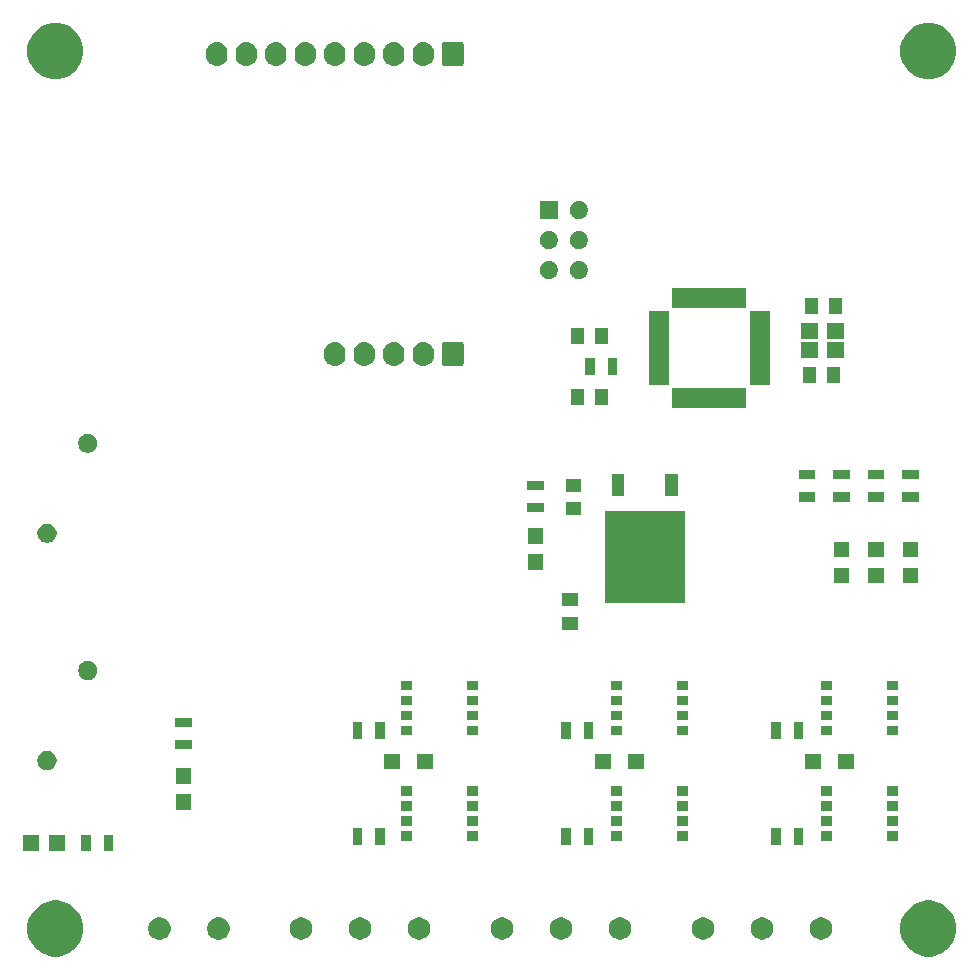
<source format=gbr>
G04 #@! TF.GenerationSoftware,KiCad,Pcbnew,5.1.5-52549c5~84~ubuntu18.04.1*
G04 #@! TF.CreationDate,2020-02-07T16:49:07-05:00*
G04 #@! TF.ProjectId,solenoidTrigger,736f6c65-6e6f-4696-9454-726967676572,rev?*
G04 #@! TF.SameCoordinates,Original*
G04 #@! TF.FileFunction,Soldermask,Top*
G04 #@! TF.FilePolarity,Negative*
%FSLAX46Y46*%
G04 Gerber Fmt 4.6, Leading zero omitted, Abs format (unit mm)*
G04 Created by KiCad (PCBNEW 5.1.5-52549c5~84~ubuntu18.04.1) date 2020-02-07 16:49:07*
%MOMM*%
%LPD*%
G04 APERTURE LIST*
%ADD10C,0.020000*%
G04 APERTURE END LIST*
D10*
G36*
X185096790Y-128907173D02*
G01*
X185529030Y-129086213D01*
X185529032Y-129086214D01*
X185918038Y-129346139D01*
X186248861Y-129676962D01*
X186508786Y-130065968D01*
X186508787Y-130065970D01*
X186687827Y-130498210D01*
X186779100Y-130957072D01*
X186779100Y-131424928D01*
X186687827Y-131883790D01*
X186508787Y-132316030D01*
X186508786Y-132316032D01*
X186248861Y-132705038D01*
X185918038Y-133035861D01*
X185529032Y-133295786D01*
X185529031Y-133295787D01*
X185529030Y-133295787D01*
X185096790Y-133474827D01*
X184637928Y-133566100D01*
X184170072Y-133566100D01*
X183711210Y-133474827D01*
X183278970Y-133295787D01*
X183278969Y-133295787D01*
X183278968Y-133295786D01*
X182889962Y-133035861D01*
X182559139Y-132705038D01*
X182299214Y-132316032D01*
X182299213Y-132316030D01*
X182120173Y-131883790D01*
X182028900Y-131424928D01*
X182028900Y-130957072D01*
X182120173Y-130498210D01*
X182299213Y-130065970D01*
X182299214Y-130065968D01*
X182559139Y-129676962D01*
X182889962Y-129346139D01*
X183278968Y-129086214D01*
X183278970Y-129086213D01*
X183711210Y-128907173D01*
X184170072Y-128815900D01*
X184637928Y-128815900D01*
X185096790Y-128907173D01*
G37*
G36*
X111182790Y-128907173D02*
G01*
X111615030Y-129086213D01*
X111615032Y-129086214D01*
X112004038Y-129346139D01*
X112334861Y-129676962D01*
X112594786Y-130065968D01*
X112594787Y-130065970D01*
X112773827Y-130498210D01*
X112865100Y-130957072D01*
X112865100Y-131424928D01*
X112773827Y-131883790D01*
X112594787Y-132316030D01*
X112594786Y-132316032D01*
X112334861Y-132705038D01*
X112004038Y-133035861D01*
X111615032Y-133295786D01*
X111615031Y-133295787D01*
X111615030Y-133295787D01*
X111182790Y-133474827D01*
X110723928Y-133566100D01*
X110256072Y-133566100D01*
X109797210Y-133474827D01*
X109364970Y-133295787D01*
X109364969Y-133295787D01*
X109364968Y-133295786D01*
X108975962Y-133035861D01*
X108645139Y-132705038D01*
X108385214Y-132316032D01*
X108385213Y-132316030D01*
X108206173Y-131883790D01*
X108114900Y-131424928D01*
X108114900Y-130957072D01*
X108206173Y-130498210D01*
X108385213Y-130065970D01*
X108385214Y-130065968D01*
X108645139Y-129676962D01*
X108975962Y-129346139D01*
X109364968Y-129086214D01*
X109364970Y-129086213D01*
X109797210Y-128907173D01*
X110256072Y-128815900D01*
X110723928Y-128815900D01*
X111182790Y-128907173D01*
G37*
G36*
X124570395Y-130276546D02*
G01*
X124743466Y-130348234D01*
X124743467Y-130348235D01*
X124899227Y-130452310D01*
X125031690Y-130584773D01*
X125031691Y-130584775D01*
X125135766Y-130740534D01*
X125207454Y-130913605D01*
X125244000Y-131097333D01*
X125244000Y-131284667D01*
X125207454Y-131468395D01*
X125135766Y-131641466D01*
X125135765Y-131641467D01*
X125031690Y-131797227D01*
X124899227Y-131929690D01*
X124820818Y-131982081D01*
X124743466Y-132033766D01*
X124570395Y-132105454D01*
X124386667Y-132142000D01*
X124199333Y-132142000D01*
X124015605Y-132105454D01*
X123842534Y-132033766D01*
X123765182Y-131982081D01*
X123686773Y-131929690D01*
X123554310Y-131797227D01*
X123450235Y-131641467D01*
X123450234Y-131641466D01*
X123378546Y-131468395D01*
X123342000Y-131284667D01*
X123342000Y-131097333D01*
X123378546Y-130913605D01*
X123450234Y-130740534D01*
X123554309Y-130584775D01*
X123554310Y-130584773D01*
X123686773Y-130452310D01*
X123842533Y-130348235D01*
X123842534Y-130348234D01*
X124015605Y-130276546D01*
X124199333Y-130240000D01*
X124386667Y-130240000D01*
X124570395Y-130276546D01*
G37*
G36*
X165584395Y-130276546D02*
G01*
X165757466Y-130348234D01*
X165757467Y-130348235D01*
X165913227Y-130452310D01*
X166045690Y-130584773D01*
X166045691Y-130584775D01*
X166149766Y-130740534D01*
X166221454Y-130913605D01*
X166258000Y-131097333D01*
X166258000Y-131284667D01*
X166221454Y-131468395D01*
X166149766Y-131641466D01*
X166149765Y-131641467D01*
X166045690Y-131797227D01*
X165913227Y-131929690D01*
X165834818Y-131982081D01*
X165757466Y-132033766D01*
X165584395Y-132105454D01*
X165400667Y-132142000D01*
X165213333Y-132142000D01*
X165029605Y-132105454D01*
X164856534Y-132033766D01*
X164779182Y-131982081D01*
X164700773Y-131929690D01*
X164568310Y-131797227D01*
X164464235Y-131641467D01*
X164464234Y-131641466D01*
X164392546Y-131468395D01*
X164356000Y-131284667D01*
X164356000Y-131097333D01*
X164392546Y-130913605D01*
X164464234Y-130740534D01*
X164568309Y-130584775D01*
X164568310Y-130584773D01*
X164700773Y-130452310D01*
X164856533Y-130348235D01*
X164856534Y-130348234D01*
X165029605Y-130276546D01*
X165213333Y-130240000D01*
X165400667Y-130240000D01*
X165584395Y-130276546D01*
G37*
G36*
X175584395Y-130276546D02*
G01*
X175757466Y-130348234D01*
X175757467Y-130348235D01*
X175913227Y-130452310D01*
X176045690Y-130584773D01*
X176045691Y-130584775D01*
X176149766Y-130740534D01*
X176221454Y-130913605D01*
X176258000Y-131097333D01*
X176258000Y-131284667D01*
X176221454Y-131468395D01*
X176149766Y-131641466D01*
X176149765Y-131641467D01*
X176045690Y-131797227D01*
X175913227Y-131929690D01*
X175834818Y-131982081D01*
X175757466Y-132033766D01*
X175584395Y-132105454D01*
X175400667Y-132142000D01*
X175213333Y-132142000D01*
X175029605Y-132105454D01*
X174856534Y-132033766D01*
X174779182Y-131982081D01*
X174700773Y-131929690D01*
X174568310Y-131797227D01*
X174464235Y-131641467D01*
X174464234Y-131641466D01*
X174392546Y-131468395D01*
X174356000Y-131284667D01*
X174356000Y-131097333D01*
X174392546Y-130913605D01*
X174464234Y-130740534D01*
X174568309Y-130584775D01*
X174568310Y-130584773D01*
X174700773Y-130452310D01*
X174856533Y-130348235D01*
X174856534Y-130348234D01*
X175029605Y-130276546D01*
X175213333Y-130240000D01*
X175400667Y-130240000D01*
X175584395Y-130276546D01*
G37*
G36*
X170584395Y-130276546D02*
G01*
X170757466Y-130348234D01*
X170757467Y-130348235D01*
X170913227Y-130452310D01*
X171045690Y-130584773D01*
X171045691Y-130584775D01*
X171149766Y-130740534D01*
X171221454Y-130913605D01*
X171258000Y-131097333D01*
X171258000Y-131284667D01*
X171221454Y-131468395D01*
X171149766Y-131641466D01*
X171149765Y-131641467D01*
X171045690Y-131797227D01*
X170913227Y-131929690D01*
X170834818Y-131982081D01*
X170757466Y-132033766D01*
X170584395Y-132105454D01*
X170400667Y-132142000D01*
X170213333Y-132142000D01*
X170029605Y-132105454D01*
X169856534Y-132033766D01*
X169779182Y-131982081D01*
X169700773Y-131929690D01*
X169568310Y-131797227D01*
X169464235Y-131641467D01*
X169464234Y-131641466D01*
X169392546Y-131468395D01*
X169356000Y-131284667D01*
X169356000Y-131097333D01*
X169392546Y-130913605D01*
X169464234Y-130740534D01*
X169568309Y-130584775D01*
X169568310Y-130584773D01*
X169700773Y-130452310D01*
X169856533Y-130348235D01*
X169856534Y-130348234D01*
X170029605Y-130276546D01*
X170213333Y-130240000D01*
X170400667Y-130240000D01*
X170584395Y-130276546D01*
G37*
G36*
X141548395Y-130276546D02*
G01*
X141721466Y-130348234D01*
X141721467Y-130348235D01*
X141877227Y-130452310D01*
X142009690Y-130584773D01*
X142009691Y-130584775D01*
X142113766Y-130740534D01*
X142185454Y-130913605D01*
X142222000Y-131097333D01*
X142222000Y-131284667D01*
X142185454Y-131468395D01*
X142113766Y-131641466D01*
X142113765Y-131641467D01*
X142009690Y-131797227D01*
X141877227Y-131929690D01*
X141798818Y-131982081D01*
X141721466Y-132033766D01*
X141548395Y-132105454D01*
X141364667Y-132142000D01*
X141177333Y-132142000D01*
X140993605Y-132105454D01*
X140820534Y-132033766D01*
X140743182Y-131982081D01*
X140664773Y-131929690D01*
X140532310Y-131797227D01*
X140428235Y-131641467D01*
X140428234Y-131641466D01*
X140356546Y-131468395D01*
X140320000Y-131284667D01*
X140320000Y-131097333D01*
X140356546Y-130913605D01*
X140428234Y-130740534D01*
X140532309Y-130584775D01*
X140532310Y-130584773D01*
X140664773Y-130452310D01*
X140820533Y-130348235D01*
X140820534Y-130348234D01*
X140993605Y-130276546D01*
X141177333Y-130240000D01*
X141364667Y-130240000D01*
X141548395Y-130276546D01*
G37*
G36*
X131548395Y-130276546D02*
G01*
X131721466Y-130348234D01*
X131721467Y-130348235D01*
X131877227Y-130452310D01*
X132009690Y-130584773D01*
X132009691Y-130584775D01*
X132113766Y-130740534D01*
X132185454Y-130913605D01*
X132222000Y-131097333D01*
X132222000Y-131284667D01*
X132185454Y-131468395D01*
X132113766Y-131641466D01*
X132113765Y-131641467D01*
X132009690Y-131797227D01*
X131877227Y-131929690D01*
X131798818Y-131982081D01*
X131721466Y-132033766D01*
X131548395Y-132105454D01*
X131364667Y-132142000D01*
X131177333Y-132142000D01*
X130993605Y-132105454D01*
X130820534Y-132033766D01*
X130743182Y-131982081D01*
X130664773Y-131929690D01*
X130532310Y-131797227D01*
X130428235Y-131641467D01*
X130428234Y-131641466D01*
X130356546Y-131468395D01*
X130320000Y-131284667D01*
X130320000Y-131097333D01*
X130356546Y-130913605D01*
X130428234Y-130740534D01*
X130532309Y-130584775D01*
X130532310Y-130584773D01*
X130664773Y-130452310D01*
X130820533Y-130348235D01*
X130820534Y-130348234D01*
X130993605Y-130276546D01*
X131177333Y-130240000D01*
X131364667Y-130240000D01*
X131548395Y-130276546D01*
G37*
G36*
X136548395Y-130276546D02*
G01*
X136721466Y-130348234D01*
X136721467Y-130348235D01*
X136877227Y-130452310D01*
X137009690Y-130584773D01*
X137009691Y-130584775D01*
X137113766Y-130740534D01*
X137185454Y-130913605D01*
X137222000Y-131097333D01*
X137222000Y-131284667D01*
X137185454Y-131468395D01*
X137113766Y-131641466D01*
X137113765Y-131641467D01*
X137009690Y-131797227D01*
X136877227Y-131929690D01*
X136798818Y-131982081D01*
X136721466Y-132033766D01*
X136548395Y-132105454D01*
X136364667Y-132142000D01*
X136177333Y-132142000D01*
X135993605Y-132105454D01*
X135820534Y-132033766D01*
X135743182Y-131982081D01*
X135664773Y-131929690D01*
X135532310Y-131797227D01*
X135428235Y-131641467D01*
X135428234Y-131641466D01*
X135356546Y-131468395D01*
X135320000Y-131284667D01*
X135320000Y-131097333D01*
X135356546Y-130913605D01*
X135428234Y-130740534D01*
X135532309Y-130584775D01*
X135532310Y-130584773D01*
X135664773Y-130452310D01*
X135820533Y-130348235D01*
X135820534Y-130348234D01*
X135993605Y-130276546D01*
X136177333Y-130240000D01*
X136364667Y-130240000D01*
X136548395Y-130276546D01*
G37*
G36*
X158566395Y-130276546D02*
G01*
X158739466Y-130348234D01*
X158739467Y-130348235D01*
X158895227Y-130452310D01*
X159027690Y-130584773D01*
X159027691Y-130584775D01*
X159131766Y-130740534D01*
X159203454Y-130913605D01*
X159240000Y-131097333D01*
X159240000Y-131284667D01*
X159203454Y-131468395D01*
X159131766Y-131641466D01*
X159131765Y-131641467D01*
X159027690Y-131797227D01*
X158895227Y-131929690D01*
X158816818Y-131982081D01*
X158739466Y-132033766D01*
X158566395Y-132105454D01*
X158382667Y-132142000D01*
X158195333Y-132142000D01*
X158011605Y-132105454D01*
X157838534Y-132033766D01*
X157761182Y-131982081D01*
X157682773Y-131929690D01*
X157550310Y-131797227D01*
X157446235Y-131641467D01*
X157446234Y-131641466D01*
X157374546Y-131468395D01*
X157338000Y-131284667D01*
X157338000Y-131097333D01*
X157374546Y-130913605D01*
X157446234Y-130740534D01*
X157550309Y-130584775D01*
X157550310Y-130584773D01*
X157682773Y-130452310D01*
X157838533Y-130348235D01*
X157838534Y-130348234D01*
X158011605Y-130276546D01*
X158195333Y-130240000D01*
X158382667Y-130240000D01*
X158566395Y-130276546D01*
G37*
G36*
X148566395Y-130276546D02*
G01*
X148739466Y-130348234D01*
X148739467Y-130348235D01*
X148895227Y-130452310D01*
X149027690Y-130584773D01*
X149027691Y-130584775D01*
X149131766Y-130740534D01*
X149203454Y-130913605D01*
X149240000Y-131097333D01*
X149240000Y-131284667D01*
X149203454Y-131468395D01*
X149131766Y-131641466D01*
X149131765Y-131641467D01*
X149027690Y-131797227D01*
X148895227Y-131929690D01*
X148816818Y-131982081D01*
X148739466Y-132033766D01*
X148566395Y-132105454D01*
X148382667Y-132142000D01*
X148195333Y-132142000D01*
X148011605Y-132105454D01*
X147838534Y-132033766D01*
X147761182Y-131982081D01*
X147682773Y-131929690D01*
X147550310Y-131797227D01*
X147446235Y-131641467D01*
X147446234Y-131641466D01*
X147374546Y-131468395D01*
X147338000Y-131284667D01*
X147338000Y-131097333D01*
X147374546Y-130913605D01*
X147446234Y-130740534D01*
X147550309Y-130584775D01*
X147550310Y-130584773D01*
X147682773Y-130452310D01*
X147838533Y-130348235D01*
X147838534Y-130348234D01*
X148011605Y-130276546D01*
X148195333Y-130240000D01*
X148382667Y-130240000D01*
X148566395Y-130276546D01*
G37*
G36*
X153566395Y-130276546D02*
G01*
X153739466Y-130348234D01*
X153739467Y-130348235D01*
X153895227Y-130452310D01*
X154027690Y-130584773D01*
X154027691Y-130584775D01*
X154131766Y-130740534D01*
X154203454Y-130913605D01*
X154240000Y-131097333D01*
X154240000Y-131284667D01*
X154203454Y-131468395D01*
X154131766Y-131641466D01*
X154131765Y-131641467D01*
X154027690Y-131797227D01*
X153895227Y-131929690D01*
X153816818Y-131982081D01*
X153739466Y-132033766D01*
X153566395Y-132105454D01*
X153382667Y-132142000D01*
X153195333Y-132142000D01*
X153011605Y-132105454D01*
X152838534Y-132033766D01*
X152761182Y-131982081D01*
X152682773Y-131929690D01*
X152550310Y-131797227D01*
X152446235Y-131641467D01*
X152446234Y-131641466D01*
X152374546Y-131468395D01*
X152338000Y-131284667D01*
X152338000Y-131097333D01*
X152374546Y-130913605D01*
X152446234Y-130740534D01*
X152550309Y-130584775D01*
X152550310Y-130584773D01*
X152682773Y-130452310D01*
X152838533Y-130348235D01*
X152838534Y-130348234D01*
X153011605Y-130276546D01*
X153195333Y-130240000D01*
X153382667Y-130240000D01*
X153566395Y-130276546D01*
G37*
G36*
X119570395Y-130276546D02*
G01*
X119743466Y-130348234D01*
X119743467Y-130348235D01*
X119899227Y-130452310D01*
X120031690Y-130584773D01*
X120031691Y-130584775D01*
X120135766Y-130740534D01*
X120207454Y-130913605D01*
X120244000Y-131097333D01*
X120244000Y-131284667D01*
X120207454Y-131468395D01*
X120135766Y-131641466D01*
X120135765Y-131641467D01*
X120031690Y-131797227D01*
X119899227Y-131929690D01*
X119820818Y-131982081D01*
X119743466Y-132033766D01*
X119570395Y-132105454D01*
X119386667Y-132142000D01*
X119199333Y-132142000D01*
X119015605Y-132105454D01*
X118842534Y-132033766D01*
X118765182Y-131982081D01*
X118686773Y-131929690D01*
X118554310Y-131797227D01*
X118450235Y-131641467D01*
X118450234Y-131641466D01*
X118378546Y-131468395D01*
X118342000Y-131284667D01*
X118342000Y-131097333D01*
X118378546Y-130913605D01*
X118450234Y-130740534D01*
X118554309Y-130584775D01*
X118554310Y-130584773D01*
X118686773Y-130452310D01*
X118842533Y-130348235D01*
X118842534Y-130348234D01*
X119015605Y-130276546D01*
X119199333Y-130240000D01*
X119386667Y-130240000D01*
X119570395Y-130276546D01*
G37*
G36*
X113497000Y-124653000D02*
G01*
X112695000Y-124653000D01*
X112695000Y-123251000D01*
X113497000Y-123251000D01*
X113497000Y-124653000D01*
G37*
G36*
X115397000Y-124653000D02*
G01*
X114595000Y-124653000D01*
X114595000Y-123251000D01*
X115397000Y-123251000D01*
X115397000Y-124653000D01*
G37*
G36*
X109088500Y-124603000D02*
G01*
X107786500Y-124603000D01*
X107786500Y-123301000D01*
X109088500Y-123301000D01*
X109088500Y-124603000D01*
G37*
G36*
X111288500Y-124603000D02*
G01*
X109986500Y-124603000D01*
X109986500Y-123301000D01*
X111288500Y-123301000D01*
X111288500Y-124603000D01*
G37*
G36*
X138386500Y-124081500D02*
G01*
X137584500Y-124081500D01*
X137584500Y-122679500D01*
X138386500Y-122679500D01*
X138386500Y-124081500D01*
G37*
G36*
X154137000Y-124081500D02*
G01*
X153335000Y-124081500D01*
X153335000Y-122679500D01*
X154137000Y-122679500D01*
X154137000Y-124081500D01*
G37*
G36*
X136486500Y-124081500D02*
G01*
X135684500Y-124081500D01*
X135684500Y-122679500D01*
X136486500Y-122679500D01*
X136486500Y-124081500D01*
G37*
G36*
X156037000Y-124081500D02*
G01*
X155235000Y-124081500D01*
X155235000Y-122679500D01*
X156037000Y-122679500D01*
X156037000Y-124081500D01*
G37*
G36*
X171917000Y-124081500D02*
G01*
X171115000Y-124081500D01*
X171115000Y-122679500D01*
X171917000Y-122679500D01*
X171917000Y-124081500D01*
G37*
G36*
X173817000Y-124081500D02*
G01*
X173015000Y-124081500D01*
X173015000Y-122679500D01*
X173817000Y-122679500D01*
X173817000Y-124081500D01*
G37*
G36*
X140652700Y-123787100D02*
G01*
X139763300Y-123787100D01*
X139763300Y-122973900D01*
X140652700Y-122973900D01*
X140652700Y-123787100D01*
G37*
G36*
X146240700Y-123787100D02*
G01*
X145351300Y-123787100D01*
X145351300Y-122973900D01*
X146240700Y-122973900D01*
X146240700Y-123787100D01*
G37*
G36*
X176212700Y-123787100D02*
G01*
X175323300Y-123787100D01*
X175323300Y-122973900D01*
X176212700Y-122973900D01*
X176212700Y-123787100D01*
G37*
G36*
X181800700Y-123787100D02*
G01*
X180911300Y-123787100D01*
X180911300Y-122973900D01*
X181800700Y-122973900D01*
X181800700Y-123787100D01*
G37*
G36*
X164020700Y-123787100D02*
G01*
X163131300Y-123787100D01*
X163131300Y-122973900D01*
X164020700Y-122973900D01*
X164020700Y-123787100D01*
G37*
G36*
X158432700Y-123787100D02*
G01*
X157543300Y-123787100D01*
X157543300Y-122973900D01*
X158432700Y-122973900D01*
X158432700Y-123787100D01*
G37*
G36*
X176212700Y-122517100D02*
G01*
X175323300Y-122517100D01*
X175323300Y-121703900D01*
X176212700Y-121703900D01*
X176212700Y-122517100D01*
G37*
G36*
X146240700Y-122517100D02*
G01*
X145351300Y-122517100D01*
X145351300Y-121703900D01*
X146240700Y-121703900D01*
X146240700Y-122517100D01*
G37*
G36*
X140652700Y-122517100D02*
G01*
X139763300Y-122517100D01*
X139763300Y-121703900D01*
X140652700Y-121703900D01*
X140652700Y-122517100D01*
G37*
G36*
X158432700Y-122517100D02*
G01*
X157543300Y-122517100D01*
X157543300Y-121703900D01*
X158432700Y-121703900D01*
X158432700Y-122517100D01*
G37*
G36*
X164020700Y-122517100D02*
G01*
X163131300Y-122517100D01*
X163131300Y-121703900D01*
X164020700Y-121703900D01*
X164020700Y-122517100D01*
G37*
G36*
X181800700Y-122517100D02*
G01*
X180911300Y-122517100D01*
X180911300Y-121703900D01*
X181800700Y-121703900D01*
X181800700Y-122517100D01*
G37*
G36*
X181800700Y-121247100D02*
G01*
X180911300Y-121247100D01*
X180911300Y-120433900D01*
X181800700Y-120433900D01*
X181800700Y-121247100D01*
G37*
G36*
X146240700Y-121247100D02*
G01*
X145351300Y-121247100D01*
X145351300Y-120433900D01*
X146240700Y-120433900D01*
X146240700Y-121247100D01*
G37*
G36*
X140652700Y-121247100D02*
G01*
X139763300Y-121247100D01*
X139763300Y-120433900D01*
X140652700Y-120433900D01*
X140652700Y-121247100D01*
G37*
G36*
X158432700Y-121247100D02*
G01*
X157543300Y-121247100D01*
X157543300Y-120433900D01*
X158432700Y-120433900D01*
X158432700Y-121247100D01*
G37*
G36*
X176212700Y-121247100D02*
G01*
X175323300Y-121247100D01*
X175323300Y-120433900D01*
X176212700Y-120433900D01*
X176212700Y-121247100D01*
G37*
G36*
X164020700Y-121247100D02*
G01*
X163131300Y-121247100D01*
X163131300Y-120433900D01*
X164020700Y-120433900D01*
X164020700Y-121247100D01*
G37*
G36*
X121999500Y-121131000D02*
G01*
X120697500Y-121131000D01*
X120697500Y-119829000D01*
X121999500Y-119829000D01*
X121999500Y-121131000D01*
G37*
G36*
X146240700Y-119977100D02*
G01*
X145351300Y-119977100D01*
X145351300Y-119163900D01*
X146240700Y-119163900D01*
X146240700Y-119977100D01*
G37*
G36*
X158432700Y-119977100D02*
G01*
X157543300Y-119977100D01*
X157543300Y-119163900D01*
X158432700Y-119163900D01*
X158432700Y-119977100D01*
G37*
G36*
X164020700Y-119977100D02*
G01*
X163131300Y-119977100D01*
X163131300Y-119163900D01*
X164020700Y-119163900D01*
X164020700Y-119977100D01*
G37*
G36*
X140652700Y-119977100D02*
G01*
X139763300Y-119977100D01*
X139763300Y-119163900D01*
X140652700Y-119163900D01*
X140652700Y-119977100D01*
G37*
G36*
X176212700Y-119977100D02*
G01*
X175323300Y-119977100D01*
X175323300Y-119163900D01*
X176212700Y-119163900D01*
X176212700Y-119977100D01*
G37*
G36*
X181800700Y-119977100D02*
G01*
X180911300Y-119977100D01*
X180911300Y-119163900D01*
X181800700Y-119163900D01*
X181800700Y-119977100D01*
G37*
G36*
X121999500Y-118931000D02*
G01*
X120697500Y-118931000D01*
X120697500Y-117629000D01*
X121999500Y-117629000D01*
X121999500Y-118931000D01*
G37*
G36*
X110015942Y-116185242D02*
G01*
X110163901Y-116246529D01*
X110297055Y-116335499D01*
X110410301Y-116448745D01*
X110499271Y-116581899D01*
X110560558Y-116729858D01*
X110591800Y-116886925D01*
X110591800Y-117047075D01*
X110560558Y-117204142D01*
X110499271Y-117352101D01*
X110410301Y-117485255D01*
X110297055Y-117598501D01*
X110163901Y-117687471D01*
X110015942Y-117748758D01*
X109858875Y-117780000D01*
X109698725Y-117780000D01*
X109541658Y-117748758D01*
X109393699Y-117687471D01*
X109260545Y-117598501D01*
X109147299Y-117485255D01*
X109058329Y-117352101D01*
X108997042Y-117204142D01*
X108965800Y-117047075D01*
X108965800Y-116886925D01*
X108997042Y-116729858D01*
X109058329Y-116581899D01*
X109147299Y-116448745D01*
X109260545Y-116335499D01*
X109393699Y-116246529D01*
X109541658Y-116185242D01*
X109698725Y-116154000D01*
X109858875Y-116154000D01*
X110015942Y-116185242D01*
G37*
G36*
X160293000Y-117681500D02*
G01*
X158991000Y-117681500D01*
X158991000Y-116379500D01*
X160293000Y-116379500D01*
X160293000Y-117681500D01*
G37*
G36*
X157493000Y-117681500D02*
G01*
X156191000Y-117681500D01*
X156191000Y-116379500D01*
X157493000Y-116379500D01*
X157493000Y-117681500D01*
G37*
G36*
X139649500Y-117681500D02*
G01*
X138347500Y-117681500D01*
X138347500Y-116379500D01*
X139649500Y-116379500D01*
X139649500Y-117681500D01*
G37*
G36*
X142449500Y-117681500D02*
G01*
X141147500Y-117681500D01*
X141147500Y-116379500D01*
X142449500Y-116379500D01*
X142449500Y-117681500D01*
G37*
G36*
X178073000Y-117681500D02*
G01*
X176771000Y-117681500D01*
X176771000Y-116379500D01*
X178073000Y-116379500D01*
X178073000Y-117681500D01*
G37*
G36*
X175273000Y-117681500D02*
G01*
X173971000Y-117681500D01*
X173971000Y-116379500D01*
X175273000Y-116379500D01*
X175273000Y-117681500D01*
G37*
G36*
X122049500Y-116032000D02*
G01*
X120647500Y-116032000D01*
X120647500Y-115230000D01*
X122049500Y-115230000D01*
X122049500Y-116032000D01*
G37*
G36*
X156037000Y-115128000D02*
G01*
X155235000Y-115128000D01*
X155235000Y-113726000D01*
X156037000Y-113726000D01*
X156037000Y-115128000D01*
G37*
G36*
X173817000Y-115128000D02*
G01*
X173015000Y-115128000D01*
X173015000Y-113726000D01*
X173817000Y-113726000D01*
X173817000Y-115128000D01*
G37*
G36*
X154137000Y-115128000D02*
G01*
X153335000Y-115128000D01*
X153335000Y-113726000D01*
X154137000Y-113726000D01*
X154137000Y-115128000D01*
G37*
G36*
X171917000Y-115128000D02*
G01*
X171115000Y-115128000D01*
X171115000Y-113726000D01*
X171917000Y-113726000D01*
X171917000Y-115128000D01*
G37*
G36*
X136484000Y-115128000D02*
G01*
X135682000Y-115128000D01*
X135682000Y-113726000D01*
X136484000Y-113726000D01*
X136484000Y-115128000D01*
G37*
G36*
X138384000Y-115128000D02*
G01*
X137582000Y-115128000D01*
X137582000Y-113726000D01*
X138384000Y-113726000D01*
X138384000Y-115128000D01*
G37*
G36*
X181800700Y-114833600D02*
G01*
X180911300Y-114833600D01*
X180911300Y-114020400D01*
X181800700Y-114020400D01*
X181800700Y-114833600D01*
G37*
G36*
X140652700Y-114833600D02*
G01*
X139763300Y-114833600D01*
X139763300Y-114020400D01*
X140652700Y-114020400D01*
X140652700Y-114833600D01*
G37*
G36*
X146240700Y-114833600D02*
G01*
X145351300Y-114833600D01*
X145351300Y-114020400D01*
X146240700Y-114020400D01*
X146240700Y-114833600D01*
G37*
G36*
X158432700Y-114833600D02*
G01*
X157543300Y-114833600D01*
X157543300Y-114020400D01*
X158432700Y-114020400D01*
X158432700Y-114833600D01*
G37*
G36*
X164020700Y-114833600D02*
G01*
X163131300Y-114833600D01*
X163131300Y-114020400D01*
X164020700Y-114020400D01*
X164020700Y-114833600D01*
G37*
G36*
X176212700Y-114833600D02*
G01*
X175323300Y-114833600D01*
X175323300Y-114020400D01*
X176212700Y-114020400D01*
X176212700Y-114833600D01*
G37*
G36*
X122049500Y-114132000D02*
G01*
X120647500Y-114132000D01*
X120647500Y-113330000D01*
X122049500Y-113330000D01*
X122049500Y-114132000D01*
G37*
G36*
X181800700Y-113563600D02*
G01*
X180911300Y-113563600D01*
X180911300Y-112750400D01*
X181800700Y-112750400D01*
X181800700Y-113563600D01*
G37*
G36*
X146240700Y-113563600D02*
G01*
X145351300Y-113563600D01*
X145351300Y-112750400D01*
X146240700Y-112750400D01*
X146240700Y-113563600D01*
G37*
G36*
X140652700Y-113563600D02*
G01*
X139763300Y-113563600D01*
X139763300Y-112750400D01*
X140652700Y-112750400D01*
X140652700Y-113563600D01*
G37*
G36*
X176212700Y-113563600D02*
G01*
X175323300Y-113563600D01*
X175323300Y-112750400D01*
X176212700Y-112750400D01*
X176212700Y-113563600D01*
G37*
G36*
X158432700Y-113563600D02*
G01*
X157543300Y-113563600D01*
X157543300Y-112750400D01*
X158432700Y-112750400D01*
X158432700Y-113563600D01*
G37*
G36*
X164020700Y-113563600D02*
G01*
X163131300Y-113563600D01*
X163131300Y-112750400D01*
X164020700Y-112750400D01*
X164020700Y-113563600D01*
G37*
G36*
X181800700Y-112293600D02*
G01*
X180911300Y-112293600D01*
X180911300Y-111480400D01*
X181800700Y-111480400D01*
X181800700Y-112293600D01*
G37*
G36*
X158432700Y-112293600D02*
G01*
X157543300Y-112293600D01*
X157543300Y-111480400D01*
X158432700Y-111480400D01*
X158432700Y-112293600D01*
G37*
G36*
X164020700Y-112293600D02*
G01*
X163131300Y-112293600D01*
X163131300Y-111480400D01*
X164020700Y-111480400D01*
X164020700Y-112293600D01*
G37*
G36*
X146240700Y-112293600D02*
G01*
X145351300Y-112293600D01*
X145351300Y-111480400D01*
X146240700Y-111480400D01*
X146240700Y-112293600D01*
G37*
G36*
X176212700Y-112293600D02*
G01*
X175323300Y-112293600D01*
X175323300Y-111480400D01*
X176212700Y-111480400D01*
X176212700Y-112293600D01*
G37*
G36*
X140652700Y-112293600D02*
G01*
X139763300Y-112293600D01*
X139763300Y-111480400D01*
X140652700Y-111480400D01*
X140652700Y-112293600D01*
G37*
G36*
X181800700Y-111023600D02*
G01*
X180911300Y-111023600D01*
X180911300Y-110210400D01*
X181800700Y-110210400D01*
X181800700Y-111023600D01*
G37*
G36*
X176212700Y-111023600D02*
G01*
X175323300Y-111023600D01*
X175323300Y-110210400D01*
X176212700Y-110210400D01*
X176212700Y-111023600D01*
G37*
G36*
X140652700Y-111023600D02*
G01*
X139763300Y-111023600D01*
X139763300Y-110210400D01*
X140652700Y-110210400D01*
X140652700Y-111023600D01*
G37*
G36*
X146240700Y-111023600D02*
G01*
X145351300Y-111023600D01*
X145351300Y-110210400D01*
X146240700Y-110210400D01*
X146240700Y-111023600D01*
G37*
G36*
X164020700Y-111023600D02*
G01*
X163131300Y-111023600D01*
X163131300Y-110210400D01*
X164020700Y-110210400D01*
X164020700Y-111023600D01*
G37*
G36*
X158432700Y-111023600D02*
G01*
X157543300Y-111023600D01*
X157543300Y-110210400D01*
X158432700Y-110210400D01*
X158432700Y-111023600D01*
G37*
G36*
X113470342Y-108565242D02*
G01*
X113618301Y-108626529D01*
X113751455Y-108715499D01*
X113864701Y-108828745D01*
X113953671Y-108961899D01*
X114014958Y-109109858D01*
X114046200Y-109266925D01*
X114046200Y-109427075D01*
X114014958Y-109584142D01*
X113953671Y-109732101D01*
X113864701Y-109865255D01*
X113751455Y-109978501D01*
X113618301Y-110067471D01*
X113470342Y-110128758D01*
X113313275Y-110160000D01*
X113153125Y-110160000D01*
X112996058Y-110128758D01*
X112848099Y-110067471D01*
X112714945Y-109978501D01*
X112601699Y-109865255D01*
X112512729Y-109732101D01*
X112451442Y-109584142D01*
X112420200Y-109427075D01*
X112420200Y-109266925D01*
X112451442Y-109109858D01*
X112512729Y-108961899D01*
X112601699Y-108828745D01*
X112714945Y-108715499D01*
X112848099Y-108626529D01*
X112996058Y-108565242D01*
X113153125Y-108534000D01*
X113313275Y-108534000D01*
X113470342Y-108565242D01*
G37*
G36*
X154727000Y-105929000D02*
G01*
X153375000Y-105929000D01*
X153375000Y-104827000D01*
X154727000Y-104827000D01*
X154727000Y-105929000D01*
G37*
G36*
X154727000Y-103929000D02*
G01*
X153375000Y-103929000D01*
X153375000Y-102827000D01*
X154727000Y-102827000D01*
X154727000Y-103929000D01*
G37*
G36*
X163779400Y-103670300D02*
G01*
X157022600Y-103670300D01*
X157022600Y-95846700D01*
X163779400Y-95846700D01*
X163779400Y-103670300D01*
G37*
G36*
X180626501Y-101971499D02*
G01*
X179324501Y-101971499D01*
X179324501Y-100669499D01*
X180626501Y-100669499D01*
X180626501Y-101971499D01*
G37*
G36*
X177689000Y-101954000D02*
G01*
X176387000Y-101954000D01*
X176387000Y-100652000D01*
X177689000Y-100652000D01*
X177689000Y-101954000D01*
G37*
G36*
X183531000Y-101954000D02*
G01*
X182229000Y-101954000D01*
X182229000Y-100652000D01*
X183531000Y-100652000D01*
X183531000Y-101954000D01*
G37*
G36*
X151781000Y-100811000D02*
G01*
X150479000Y-100811000D01*
X150479000Y-99509000D01*
X151781000Y-99509000D01*
X151781000Y-100811000D01*
G37*
G36*
X180626501Y-99771499D02*
G01*
X179324501Y-99771499D01*
X179324501Y-98469499D01*
X180626501Y-98469499D01*
X180626501Y-99771499D01*
G37*
G36*
X183531000Y-99754000D02*
G01*
X182229000Y-99754000D01*
X182229000Y-98452000D01*
X183531000Y-98452000D01*
X183531000Y-99754000D01*
G37*
G36*
X177689000Y-99754000D02*
G01*
X176387000Y-99754000D01*
X176387000Y-98452000D01*
X177689000Y-98452000D01*
X177689000Y-99754000D01*
G37*
G36*
X151781000Y-98611000D02*
G01*
X150479000Y-98611000D01*
X150479000Y-97309000D01*
X151781000Y-97309000D01*
X151781000Y-98611000D01*
G37*
G36*
X110015942Y-96944742D02*
G01*
X110163901Y-97006029D01*
X110297055Y-97094999D01*
X110410301Y-97208245D01*
X110499271Y-97341399D01*
X110560558Y-97489358D01*
X110591800Y-97646425D01*
X110591800Y-97806575D01*
X110560558Y-97963642D01*
X110499271Y-98111601D01*
X110410301Y-98244755D01*
X110297055Y-98358001D01*
X110163901Y-98446971D01*
X110015942Y-98508258D01*
X109858875Y-98539500D01*
X109698725Y-98539500D01*
X109541658Y-98508258D01*
X109393699Y-98446971D01*
X109260545Y-98358001D01*
X109147299Y-98244755D01*
X109058329Y-98111601D01*
X108997042Y-97963642D01*
X108965800Y-97806575D01*
X108965800Y-97646425D01*
X108997042Y-97489358D01*
X109058329Y-97341399D01*
X109147299Y-97208245D01*
X109260545Y-97094999D01*
X109393699Y-97006029D01*
X109541658Y-96944742D01*
X109698725Y-96913500D01*
X109858875Y-96913500D01*
X110015942Y-96944742D01*
G37*
G36*
X155031800Y-96213500D02*
G01*
X153679800Y-96213500D01*
X153679800Y-95111500D01*
X155031800Y-95111500D01*
X155031800Y-96213500D01*
G37*
G36*
X151831000Y-95966000D02*
G01*
X150429000Y-95966000D01*
X150429000Y-95164000D01*
X151831000Y-95164000D01*
X151831000Y-95966000D01*
G37*
G36*
X174818000Y-95077000D02*
G01*
X173416000Y-95077000D01*
X173416000Y-94275000D01*
X174818000Y-94275000D01*
X174818000Y-95077000D01*
G37*
G36*
X177739000Y-95077000D02*
G01*
X176337000Y-95077000D01*
X176337000Y-94275000D01*
X177739000Y-94275000D01*
X177739000Y-95077000D01*
G37*
G36*
X180660000Y-95077000D02*
G01*
X179258000Y-95077000D01*
X179258000Y-94275000D01*
X180660000Y-94275000D01*
X180660000Y-95077000D01*
G37*
G36*
X183581000Y-95077000D02*
G01*
X182179000Y-95077000D01*
X182179000Y-94275000D01*
X183581000Y-94275000D01*
X183581000Y-95077000D01*
G37*
G36*
X163171901Y-94551700D02*
G01*
X162130101Y-94551700D01*
X162130101Y-92747900D01*
X163171901Y-92747900D01*
X163171901Y-94551700D01*
G37*
G36*
X158671899Y-94551700D02*
G01*
X157630099Y-94551700D01*
X157630099Y-92747900D01*
X158671899Y-92747900D01*
X158671899Y-94551700D01*
G37*
G36*
X155031800Y-94213500D02*
G01*
X153679800Y-94213500D01*
X153679800Y-93111500D01*
X155031800Y-93111500D01*
X155031800Y-94213500D01*
G37*
G36*
X151831000Y-94066000D02*
G01*
X150429000Y-94066000D01*
X150429000Y-93264000D01*
X151831000Y-93264000D01*
X151831000Y-94066000D01*
G37*
G36*
X174818000Y-93177000D02*
G01*
X173416000Y-93177000D01*
X173416000Y-92375000D01*
X174818000Y-92375000D01*
X174818000Y-93177000D01*
G37*
G36*
X177739000Y-93177000D02*
G01*
X176337000Y-93177000D01*
X176337000Y-92375000D01*
X177739000Y-92375000D01*
X177739000Y-93177000D01*
G37*
G36*
X180660000Y-93177000D02*
G01*
X179258000Y-93177000D01*
X179258000Y-92375000D01*
X180660000Y-92375000D01*
X180660000Y-93177000D01*
G37*
G36*
X183581000Y-93177000D02*
G01*
X182179000Y-93177000D01*
X182179000Y-92375000D01*
X183581000Y-92375000D01*
X183581000Y-93177000D01*
G37*
G36*
X113470342Y-89324742D02*
G01*
X113618301Y-89386029D01*
X113751455Y-89474999D01*
X113864701Y-89588245D01*
X113953671Y-89721399D01*
X114014958Y-89869358D01*
X114046200Y-90026425D01*
X114046200Y-90186575D01*
X114014958Y-90343642D01*
X113953671Y-90491601D01*
X113864701Y-90624755D01*
X113751455Y-90738001D01*
X113618301Y-90826971D01*
X113470342Y-90888258D01*
X113313275Y-90919500D01*
X113153125Y-90919500D01*
X112996058Y-90888258D01*
X112848099Y-90826971D01*
X112714945Y-90738001D01*
X112601699Y-90624755D01*
X112512729Y-90491601D01*
X112451442Y-90343642D01*
X112420200Y-90186575D01*
X112420200Y-90026425D01*
X112451442Y-89869358D01*
X112512729Y-89721399D01*
X112601699Y-89588245D01*
X112714945Y-89474999D01*
X112848099Y-89386029D01*
X112996058Y-89324742D01*
X113153125Y-89293500D01*
X113313275Y-89293500D01*
X113470342Y-89324742D01*
G37*
G36*
X168988000Y-87143000D02*
G01*
X162736000Y-87143000D01*
X162736000Y-85441000D01*
X168988000Y-85441000D01*
X168988000Y-87143000D01*
G37*
G36*
X157253000Y-86909000D02*
G01*
X156151000Y-86909000D01*
X156151000Y-85557000D01*
X157253000Y-85557000D01*
X157253000Y-86909000D01*
G37*
G36*
X155253000Y-86909000D02*
G01*
X154151000Y-86909000D01*
X154151000Y-85557000D01*
X155253000Y-85557000D01*
X155253000Y-86909000D01*
G37*
G36*
X162463000Y-85168000D02*
G01*
X160761000Y-85168000D01*
X160761000Y-78916000D01*
X162463000Y-78916000D01*
X162463000Y-85168000D01*
G37*
G36*
X170963000Y-85168000D02*
G01*
X169261000Y-85168000D01*
X169261000Y-78916000D01*
X170963000Y-78916000D01*
X170963000Y-85168000D01*
G37*
G36*
X176884660Y-84998920D02*
G01*
X175782660Y-84998920D01*
X175782660Y-83646920D01*
X176884660Y-83646920D01*
X176884660Y-84998920D01*
G37*
G36*
X174884660Y-84998920D02*
G01*
X173782660Y-84998920D01*
X173782660Y-83646920D01*
X174884660Y-83646920D01*
X174884660Y-84998920D01*
G37*
G36*
X158069000Y-84330500D02*
G01*
X157267000Y-84330500D01*
X157267000Y-82928500D01*
X158069000Y-82928500D01*
X158069000Y-84330500D01*
G37*
G36*
X156169000Y-84330500D02*
G01*
X155367000Y-84330500D01*
X155367000Y-82928500D01*
X156169000Y-82928500D01*
X156169000Y-84330500D01*
G37*
G36*
X141821627Y-81537037D02*
G01*
X141991466Y-81588557D01*
X142147991Y-81672222D01*
X142183729Y-81701552D01*
X142285186Y-81784814D01*
X142368448Y-81886271D01*
X142397778Y-81922009D01*
X142481443Y-82078534D01*
X142532963Y-82248374D01*
X142546000Y-82380743D01*
X142546000Y-82719258D01*
X142532963Y-82851627D01*
X142481443Y-83021466D01*
X142397778Y-83177991D01*
X142368448Y-83213729D01*
X142285186Y-83315186D01*
X142147989Y-83427779D01*
X141991467Y-83511442D01*
X141991465Y-83511443D01*
X141821626Y-83562963D01*
X141645000Y-83580359D01*
X141468373Y-83562963D01*
X141298534Y-83511443D01*
X141142009Y-83427778D01*
X141099750Y-83393097D01*
X141004814Y-83315186D01*
X140892221Y-83177989D01*
X140808558Y-83021467D01*
X140808557Y-83021465D01*
X140757037Y-82851626D01*
X140744000Y-82719257D01*
X140744000Y-82380742D01*
X140757037Y-82248373D01*
X140808557Y-82078534D01*
X140892222Y-81922009D01*
X141004815Y-81784815D01*
X141142010Y-81672222D01*
X141298535Y-81588557D01*
X141468374Y-81537037D01*
X141645000Y-81519641D01*
X141821627Y-81537037D01*
G37*
G36*
X139321627Y-81537037D02*
G01*
X139491466Y-81588557D01*
X139647991Y-81672222D01*
X139683729Y-81701552D01*
X139785186Y-81784814D01*
X139868448Y-81886271D01*
X139897778Y-81922009D01*
X139981443Y-82078534D01*
X140032963Y-82248374D01*
X140046000Y-82380743D01*
X140046000Y-82719258D01*
X140032963Y-82851627D01*
X139981443Y-83021466D01*
X139897778Y-83177991D01*
X139868448Y-83213729D01*
X139785186Y-83315186D01*
X139647989Y-83427779D01*
X139491467Y-83511442D01*
X139491465Y-83511443D01*
X139321626Y-83562963D01*
X139145000Y-83580359D01*
X138968373Y-83562963D01*
X138798534Y-83511443D01*
X138642009Y-83427778D01*
X138599750Y-83393097D01*
X138504814Y-83315186D01*
X138392221Y-83177989D01*
X138308558Y-83021467D01*
X138308557Y-83021465D01*
X138257037Y-82851626D01*
X138244000Y-82719257D01*
X138244000Y-82380742D01*
X138257037Y-82248373D01*
X138308557Y-82078534D01*
X138392222Y-81922009D01*
X138504815Y-81784815D01*
X138642010Y-81672222D01*
X138798535Y-81588557D01*
X138968374Y-81537037D01*
X139145000Y-81519641D01*
X139321627Y-81537037D01*
G37*
G36*
X136821627Y-81537037D02*
G01*
X136991466Y-81588557D01*
X137147991Y-81672222D01*
X137183729Y-81701552D01*
X137285186Y-81784814D01*
X137368448Y-81886271D01*
X137397778Y-81922009D01*
X137481443Y-82078534D01*
X137532963Y-82248374D01*
X137546000Y-82380743D01*
X137546000Y-82719258D01*
X137532963Y-82851627D01*
X137481443Y-83021466D01*
X137397778Y-83177991D01*
X137368448Y-83213729D01*
X137285186Y-83315186D01*
X137147989Y-83427779D01*
X136991467Y-83511442D01*
X136991465Y-83511443D01*
X136821626Y-83562963D01*
X136645000Y-83580359D01*
X136468373Y-83562963D01*
X136298534Y-83511443D01*
X136142009Y-83427778D01*
X136099750Y-83393097D01*
X136004814Y-83315186D01*
X135892221Y-83177989D01*
X135808558Y-83021467D01*
X135808557Y-83021465D01*
X135757037Y-82851626D01*
X135744000Y-82719257D01*
X135744000Y-82380742D01*
X135757037Y-82248373D01*
X135808557Y-82078534D01*
X135892222Y-81922009D01*
X136004815Y-81784815D01*
X136142010Y-81672222D01*
X136298535Y-81588557D01*
X136468374Y-81537037D01*
X136645000Y-81519641D01*
X136821627Y-81537037D01*
G37*
G36*
X134321627Y-81537037D02*
G01*
X134491466Y-81588557D01*
X134647991Y-81672222D01*
X134683729Y-81701552D01*
X134785186Y-81784814D01*
X134868448Y-81886271D01*
X134897778Y-81922009D01*
X134981443Y-82078534D01*
X135032963Y-82248374D01*
X135046000Y-82380743D01*
X135046000Y-82719258D01*
X135032963Y-82851627D01*
X134981443Y-83021466D01*
X134897778Y-83177991D01*
X134868448Y-83213729D01*
X134785186Y-83315186D01*
X134647989Y-83427779D01*
X134491467Y-83511442D01*
X134491465Y-83511443D01*
X134321626Y-83562963D01*
X134145000Y-83580359D01*
X133968373Y-83562963D01*
X133798534Y-83511443D01*
X133642009Y-83427778D01*
X133599750Y-83393097D01*
X133504814Y-83315186D01*
X133392221Y-83177989D01*
X133308558Y-83021467D01*
X133308557Y-83021465D01*
X133257037Y-82851626D01*
X133244000Y-82719257D01*
X133244000Y-82380742D01*
X133257037Y-82248373D01*
X133308557Y-82078534D01*
X133392222Y-81922009D01*
X133504815Y-81784815D01*
X133642010Y-81672222D01*
X133798535Y-81588557D01*
X133968374Y-81537037D01*
X134145000Y-81519641D01*
X134321627Y-81537037D01*
G37*
G36*
X144903600Y-81527989D02*
G01*
X144936652Y-81538015D01*
X144967103Y-81554292D01*
X144993799Y-81576201D01*
X145015708Y-81602897D01*
X145031985Y-81633348D01*
X145042011Y-81666400D01*
X145046000Y-81706903D01*
X145046000Y-83393097D01*
X145042011Y-83433600D01*
X145031985Y-83466652D01*
X145015708Y-83497103D01*
X144993799Y-83523799D01*
X144967103Y-83545708D01*
X144936652Y-83561985D01*
X144903600Y-83572011D01*
X144863097Y-83576000D01*
X143426903Y-83576000D01*
X143386400Y-83572011D01*
X143353348Y-83561985D01*
X143322897Y-83545708D01*
X143296201Y-83523799D01*
X143274292Y-83497103D01*
X143258015Y-83466652D01*
X143247989Y-83433600D01*
X143244000Y-83393097D01*
X143244000Y-81706903D01*
X143247989Y-81666400D01*
X143258015Y-81633348D01*
X143274292Y-81602897D01*
X143296201Y-81576201D01*
X143322897Y-81554292D01*
X143353348Y-81538015D01*
X143386400Y-81527989D01*
X143426903Y-81524000D01*
X144863097Y-81524000D01*
X144903600Y-81527989D01*
G37*
G36*
X175081000Y-82858000D02*
G01*
X173579000Y-82858000D01*
X173579000Y-81556000D01*
X175081000Y-81556000D01*
X175081000Y-82858000D01*
G37*
G36*
X177281000Y-82858000D02*
G01*
X175779000Y-82858000D01*
X175779000Y-81556000D01*
X177281000Y-81556000D01*
X177281000Y-82858000D01*
G37*
G36*
X157253000Y-81702000D02*
G01*
X156151000Y-81702000D01*
X156151000Y-80350000D01*
X157253000Y-80350000D01*
X157253000Y-81702000D01*
G37*
G36*
X155253000Y-81702000D02*
G01*
X154151000Y-81702000D01*
X154151000Y-80350000D01*
X155253000Y-80350000D01*
X155253000Y-81702000D01*
G37*
G36*
X175081000Y-81258000D02*
G01*
X173579000Y-81258000D01*
X173579000Y-79956000D01*
X175081000Y-79956000D01*
X175081000Y-81258000D01*
G37*
G36*
X177281000Y-81258000D02*
G01*
X175779000Y-81258000D01*
X175779000Y-79956000D01*
X177281000Y-79956000D01*
X177281000Y-81258000D01*
G37*
G36*
X177081000Y-79162000D02*
G01*
X175979000Y-79162000D01*
X175979000Y-77810000D01*
X177081000Y-77810000D01*
X177081000Y-79162000D01*
G37*
G36*
X175081000Y-79162000D02*
G01*
X173979000Y-79162000D01*
X173979000Y-77810000D01*
X175081000Y-77810000D01*
X175081000Y-79162000D01*
G37*
G36*
X168988000Y-78643000D02*
G01*
X162736000Y-78643000D01*
X162736000Y-76941000D01*
X168988000Y-76941000D01*
X168988000Y-78643000D01*
G37*
G36*
X155032059Y-74715860D02*
G01*
X155168732Y-74772472D01*
X155291735Y-74854660D01*
X155396340Y-74959265D01*
X155478528Y-75082268D01*
X155535140Y-75218941D01*
X155564000Y-75364033D01*
X155564000Y-75511967D01*
X155535140Y-75657059D01*
X155478528Y-75793732D01*
X155396340Y-75916735D01*
X155291735Y-76021340D01*
X155168732Y-76103528D01*
X155168731Y-76103529D01*
X155168730Y-76103529D01*
X155032059Y-76160140D01*
X154886968Y-76189000D01*
X154739032Y-76189000D01*
X154593941Y-76160140D01*
X154457270Y-76103529D01*
X154457269Y-76103529D01*
X154457268Y-76103528D01*
X154334265Y-76021340D01*
X154229660Y-75916735D01*
X154147472Y-75793732D01*
X154090860Y-75657059D01*
X154062000Y-75511967D01*
X154062000Y-75364033D01*
X154090860Y-75218941D01*
X154147472Y-75082268D01*
X154229660Y-74959265D01*
X154334265Y-74854660D01*
X154457268Y-74772472D01*
X154593941Y-74715860D01*
X154739032Y-74687000D01*
X154886968Y-74687000D01*
X155032059Y-74715860D01*
G37*
G36*
X152492059Y-74715860D02*
G01*
X152628732Y-74772472D01*
X152751735Y-74854660D01*
X152856340Y-74959265D01*
X152938528Y-75082268D01*
X152995140Y-75218941D01*
X153024000Y-75364033D01*
X153024000Y-75511967D01*
X152995140Y-75657059D01*
X152938528Y-75793732D01*
X152856340Y-75916735D01*
X152751735Y-76021340D01*
X152628732Y-76103528D01*
X152628731Y-76103529D01*
X152628730Y-76103529D01*
X152492059Y-76160140D01*
X152346968Y-76189000D01*
X152199032Y-76189000D01*
X152053941Y-76160140D01*
X151917270Y-76103529D01*
X151917269Y-76103529D01*
X151917268Y-76103528D01*
X151794265Y-76021340D01*
X151689660Y-75916735D01*
X151607472Y-75793732D01*
X151550860Y-75657059D01*
X151522000Y-75511967D01*
X151522000Y-75364033D01*
X151550860Y-75218941D01*
X151607472Y-75082268D01*
X151689660Y-74959265D01*
X151794265Y-74854660D01*
X151917268Y-74772472D01*
X152053941Y-74715860D01*
X152199032Y-74687000D01*
X152346968Y-74687000D01*
X152492059Y-74715860D01*
G37*
G36*
X155032059Y-72175860D02*
G01*
X155168732Y-72232472D01*
X155291735Y-72314660D01*
X155396340Y-72419265D01*
X155478528Y-72542268D01*
X155535140Y-72678941D01*
X155564000Y-72824033D01*
X155564000Y-72971967D01*
X155535140Y-73117059D01*
X155478528Y-73253732D01*
X155396340Y-73376735D01*
X155291735Y-73481340D01*
X155168732Y-73563528D01*
X155168731Y-73563529D01*
X155168730Y-73563529D01*
X155032059Y-73620140D01*
X154886968Y-73649000D01*
X154739032Y-73649000D01*
X154593941Y-73620140D01*
X154457270Y-73563529D01*
X154457269Y-73563529D01*
X154457268Y-73563528D01*
X154334265Y-73481340D01*
X154229660Y-73376735D01*
X154147472Y-73253732D01*
X154090860Y-73117059D01*
X154062000Y-72971967D01*
X154062000Y-72824033D01*
X154090860Y-72678941D01*
X154147472Y-72542268D01*
X154229660Y-72419265D01*
X154334265Y-72314660D01*
X154457268Y-72232472D01*
X154593941Y-72175860D01*
X154739032Y-72147000D01*
X154886968Y-72147000D01*
X155032059Y-72175860D01*
G37*
G36*
X152492059Y-72175860D02*
G01*
X152628732Y-72232472D01*
X152751735Y-72314660D01*
X152856340Y-72419265D01*
X152938528Y-72542268D01*
X152995140Y-72678941D01*
X153024000Y-72824033D01*
X153024000Y-72971967D01*
X152995140Y-73117059D01*
X152938528Y-73253732D01*
X152856340Y-73376735D01*
X152751735Y-73481340D01*
X152628732Y-73563528D01*
X152628731Y-73563529D01*
X152628730Y-73563529D01*
X152492059Y-73620140D01*
X152346968Y-73649000D01*
X152199032Y-73649000D01*
X152053941Y-73620140D01*
X151917270Y-73563529D01*
X151917269Y-73563529D01*
X151917268Y-73563528D01*
X151794265Y-73481340D01*
X151689660Y-73376735D01*
X151607472Y-73253732D01*
X151550860Y-73117059D01*
X151522000Y-72971967D01*
X151522000Y-72824033D01*
X151550860Y-72678941D01*
X151607472Y-72542268D01*
X151689660Y-72419265D01*
X151794265Y-72314660D01*
X151917268Y-72232472D01*
X152053941Y-72175860D01*
X152199032Y-72147000D01*
X152346968Y-72147000D01*
X152492059Y-72175860D01*
G37*
G36*
X155032059Y-69635860D02*
G01*
X155168732Y-69692472D01*
X155291735Y-69774660D01*
X155396340Y-69879265D01*
X155478528Y-70002268D01*
X155535140Y-70138941D01*
X155564000Y-70284033D01*
X155564000Y-70431967D01*
X155535140Y-70577059D01*
X155478528Y-70713732D01*
X155396340Y-70836735D01*
X155291735Y-70941340D01*
X155168732Y-71023528D01*
X155168731Y-71023529D01*
X155168730Y-71023529D01*
X155032059Y-71080140D01*
X154886968Y-71109000D01*
X154739032Y-71109000D01*
X154593941Y-71080140D01*
X154457270Y-71023529D01*
X154457269Y-71023529D01*
X154457268Y-71023528D01*
X154334265Y-70941340D01*
X154229660Y-70836735D01*
X154147472Y-70713732D01*
X154090860Y-70577059D01*
X154062000Y-70431967D01*
X154062000Y-70284033D01*
X154090860Y-70138941D01*
X154147472Y-70002268D01*
X154229660Y-69879265D01*
X154334265Y-69774660D01*
X154457268Y-69692472D01*
X154593941Y-69635860D01*
X154739032Y-69607000D01*
X154886968Y-69607000D01*
X155032059Y-69635860D01*
G37*
G36*
X153024000Y-71109000D02*
G01*
X151522000Y-71109000D01*
X151522000Y-69607000D01*
X153024000Y-69607000D01*
X153024000Y-71109000D01*
G37*
G36*
X185096790Y-54612173D02*
G01*
X185529030Y-54791213D01*
X185529032Y-54791214D01*
X185918038Y-55051139D01*
X186248861Y-55381962D01*
X186508786Y-55770968D01*
X186508787Y-55770970D01*
X186687827Y-56203210D01*
X186779100Y-56662072D01*
X186779100Y-57129928D01*
X186687827Y-57588790D01*
X186520357Y-57993097D01*
X186508786Y-58021032D01*
X186248861Y-58410038D01*
X185918038Y-58740861D01*
X185529032Y-59000786D01*
X185529031Y-59000787D01*
X185529030Y-59000787D01*
X185096790Y-59179827D01*
X184637928Y-59271100D01*
X184170072Y-59271100D01*
X183711210Y-59179827D01*
X183278970Y-59000787D01*
X183278969Y-59000787D01*
X183278968Y-59000786D01*
X182889962Y-58740861D01*
X182559139Y-58410038D01*
X182299214Y-58021032D01*
X182287643Y-57993097D01*
X182120173Y-57588790D01*
X182028900Y-57129928D01*
X182028900Y-56662072D01*
X182120173Y-56203210D01*
X182299213Y-55770970D01*
X182299214Y-55770968D01*
X182559139Y-55381962D01*
X182889962Y-55051139D01*
X183278968Y-54791214D01*
X183278970Y-54791213D01*
X183711210Y-54612173D01*
X184170072Y-54520900D01*
X184637928Y-54520900D01*
X185096790Y-54612173D01*
G37*
G36*
X111182790Y-54612173D02*
G01*
X111615030Y-54791213D01*
X111615032Y-54791214D01*
X112004038Y-55051139D01*
X112334861Y-55381962D01*
X112594786Y-55770968D01*
X112594787Y-55770970D01*
X112773827Y-56203210D01*
X112865100Y-56662072D01*
X112865100Y-57129928D01*
X112773827Y-57588790D01*
X112606357Y-57993097D01*
X112594786Y-58021032D01*
X112334861Y-58410038D01*
X112004038Y-58740861D01*
X111615032Y-59000786D01*
X111615031Y-59000787D01*
X111615030Y-59000787D01*
X111182790Y-59179827D01*
X110723928Y-59271100D01*
X110256072Y-59271100D01*
X109797210Y-59179827D01*
X109364970Y-59000787D01*
X109364969Y-59000787D01*
X109364968Y-59000786D01*
X108975962Y-58740861D01*
X108645139Y-58410038D01*
X108385214Y-58021032D01*
X108373643Y-57993097D01*
X108206173Y-57588790D01*
X108114900Y-57129928D01*
X108114900Y-56662072D01*
X108206173Y-56203210D01*
X108385213Y-55770970D01*
X108385214Y-55770968D01*
X108645139Y-55381962D01*
X108975962Y-55051139D01*
X109364968Y-54791214D01*
X109364970Y-54791213D01*
X109797210Y-54612173D01*
X110256072Y-54520900D01*
X110723928Y-54520900D01*
X111182790Y-54612173D01*
G37*
G36*
X136821627Y-56137037D02*
G01*
X136991466Y-56188557D01*
X137147991Y-56272222D01*
X137183729Y-56301552D01*
X137285186Y-56384814D01*
X137368448Y-56486271D01*
X137397778Y-56522009D01*
X137481443Y-56678534D01*
X137532963Y-56848374D01*
X137546000Y-56980743D01*
X137546000Y-57319258D01*
X137532963Y-57451627D01*
X137481443Y-57621466D01*
X137397778Y-57777991D01*
X137368448Y-57813729D01*
X137285186Y-57915186D01*
X137147989Y-58027779D01*
X136991467Y-58111442D01*
X136991465Y-58111443D01*
X136821626Y-58162963D01*
X136645000Y-58180359D01*
X136468373Y-58162963D01*
X136298534Y-58111443D01*
X136142009Y-58027778D01*
X136099750Y-57993097D01*
X136004814Y-57915186D01*
X135892221Y-57777989D01*
X135808558Y-57621467D01*
X135808557Y-57621465D01*
X135757037Y-57451626D01*
X135744000Y-57319257D01*
X135744000Y-56980742D01*
X135757037Y-56848373D01*
X135808557Y-56678534D01*
X135892222Y-56522009D01*
X136004815Y-56384815D01*
X136142010Y-56272222D01*
X136298535Y-56188557D01*
X136468374Y-56137037D01*
X136645000Y-56119641D01*
X136821627Y-56137037D01*
G37*
G36*
X124321627Y-56137037D02*
G01*
X124491466Y-56188557D01*
X124647991Y-56272222D01*
X124683729Y-56301552D01*
X124785186Y-56384814D01*
X124868448Y-56486271D01*
X124897778Y-56522009D01*
X124981443Y-56678534D01*
X125032963Y-56848374D01*
X125046000Y-56980743D01*
X125046000Y-57319258D01*
X125032963Y-57451627D01*
X124981443Y-57621466D01*
X124897778Y-57777991D01*
X124868448Y-57813729D01*
X124785186Y-57915186D01*
X124647989Y-58027779D01*
X124491467Y-58111442D01*
X124491465Y-58111443D01*
X124321626Y-58162963D01*
X124145000Y-58180359D01*
X123968373Y-58162963D01*
X123798534Y-58111443D01*
X123642009Y-58027778D01*
X123599750Y-57993097D01*
X123504814Y-57915186D01*
X123392221Y-57777989D01*
X123308558Y-57621467D01*
X123308557Y-57621465D01*
X123257037Y-57451626D01*
X123244000Y-57319257D01*
X123244000Y-56980742D01*
X123257037Y-56848373D01*
X123308557Y-56678534D01*
X123392222Y-56522009D01*
X123504815Y-56384815D01*
X123642010Y-56272222D01*
X123798535Y-56188557D01*
X123968374Y-56137037D01*
X124145000Y-56119641D01*
X124321627Y-56137037D01*
G37*
G36*
X126821627Y-56137037D02*
G01*
X126991466Y-56188557D01*
X127147991Y-56272222D01*
X127183729Y-56301552D01*
X127285186Y-56384814D01*
X127368448Y-56486271D01*
X127397778Y-56522009D01*
X127481443Y-56678534D01*
X127532963Y-56848374D01*
X127546000Y-56980743D01*
X127546000Y-57319258D01*
X127532963Y-57451627D01*
X127481443Y-57621466D01*
X127397778Y-57777991D01*
X127368448Y-57813729D01*
X127285186Y-57915186D01*
X127147989Y-58027779D01*
X126991467Y-58111442D01*
X126991465Y-58111443D01*
X126821626Y-58162963D01*
X126645000Y-58180359D01*
X126468373Y-58162963D01*
X126298534Y-58111443D01*
X126142009Y-58027778D01*
X126099750Y-57993097D01*
X126004814Y-57915186D01*
X125892221Y-57777989D01*
X125808558Y-57621467D01*
X125808557Y-57621465D01*
X125757037Y-57451626D01*
X125744000Y-57319257D01*
X125744000Y-56980742D01*
X125757037Y-56848373D01*
X125808557Y-56678534D01*
X125892222Y-56522009D01*
X126004815Y-56384815D01*
X126142010Y-56272222D01*
X126298535Y-56188557D01*
X126468374Y-56137037D01*
X126645000Y-56119641D01*
X126821627Y-56137037D01*
G37*
G36*
X129321627Y-56137037D02*
G01*
X129491466Y-56188557D01*
X129647991Y-56272222D01*
X129683729Y-56301552D01*
X129785186Y-56384814D01*
X129868448Y-56486271D01*
X129897778Y-56522009D01*
X129981443Y-56678534D01*
X130032963Y-56848374D01*
X130046000Y-56980743D01*
X130046000Y-57319258D01*
X130032963Y-57451627D01*
X129981443Y-57621466D01*
X129897778Y-57777991D01*
X129868448Y-57813729D01*
X129785186Y-57915186D01*
X129647989Y-58027779D01*
X129491467Y-58111442D01*
X129491465Y-58111443D01*
X129321626Y-58162963D01*
X129145000Y-58180359D01*
X128968373Y-58162963D01*
X128798534Y-58111443D01*
X128642009Y-58027778D01*
X128599750Y-57993097D01*
X128504814Y-57915186D01*
X128392221Y-57777989D01*
X128308558Y-57621467D01*
X128308557Y-57621465D01*
X128257037Y-57451626D01*
X128244000Y-57319257D01*
X128244000Y-56980742D01*
X128257037Y-56848373D01*
X128308557Y-56678534D01*
X128392222Y-56522009D01*
X128504815Y-56384815D01*
X128642010Y-56272222D01*
X128798535Y-56188557D01*
X128968374Y-56137037D01*
X129145000Y-56119641D01*
X129321627Y-56137037D01*
G37*
G36*
X131821627Y-56137037D02*
G01*
X131991466Y-56188557D01*
X132147991Y-56272222D01*
X132183729Y-56301552D01*
X132285186Y-56384814D01*
X132368448Y-56486271D01*
X132397778Y-56522009D01*
X132481443Y-56678534D01*
X132532963Y-56848374D01*
X132546000Y-56980743D01*
X132546000Y-57319258D01*
X132532963Y-57451627D01*
X132481443Y-57621466D01*
X132397778Y-57777991D01*
X132368448Y-57813729D01*
X132285186Y-57915186D01*
X132147989Y-58027779D01*
X131991467Y-58111442D01*
X131991465Y-58111443D01*
X131821626Y-58162963D01*
X131645000Y-58180359D01*
X131468373Y-58162963D01*
X131298534Y-58111443D01*
X131142009Y-58027778D01*
X131099750Y-57993097D01*
X131004814Y-57915186D01*
X130892221Y-57777989D01*
X130808558Y-57621467D01*
X130808557Y-57621465D01*
X130757037Y-57451626D01*
X130744000Y-57319257D01*
X130744000Y-56980742D01*
X130757037Y-56848373D01*
X130808557Y-56678534D01*
X130892222Y-56522009D01*
X131004815Y-56384815D01*
X131142010Y-56272222D01*
X131298535Y-56188557D01*
X131468374Y-56137037D01*
X131645000Y-56119641D01*
X131821627Y-56137037D01*
G37*
G36*
X141821627Y-56137037D02*
G01*
X141991466Y-56188557D01*
X142147991Y-56272222D01*
X142183729Y-56301552D01*
X142285186Y-56384814D01*
X142368448Y-56486271D01*
X142397778Y-56522009D01*
X142481443Y-56678534D01*
X142532963Y-56848374D01*
X142546000Y-56980743D01*
X142546000Y-57319258D01*
X142532963Y-57451627D01*
X142481443Y-57621466D01*
X142397778Y-57777991D01*
X142368448Y-57813729D01*
X142285186Y-57915186D01*
X142147989Y-58027779D01*
X141991467Y-58111442D01*
X141991465Y-58111443D01*
X141821626Y-58162963D01*
X141645000Y-58180359D01*
X141468373Y-58162963D01*
X141298534Y-58111443D01*
X141142009Y-58027778D01*
X141099750Y-57993097D01*
X141004814Y-57915186D01*
X140892221Y-57777989D01*
X140808558Y-57621467D01*
X140808557Y-57621465D01*
X140757037Y-57451626D01*
X140744000Y-57319257D01*
X140744000Y-56980742D01*
X140757037Y-56848373D01*
X140808557Y-56678534D01*
X140892222Y-56522009D01*
X141004815Y-56384815D01*
X141142010Y-56272222D01*
X141298535Y-56188557D01*
X141468374Y-56137037D01*
X141645000Y-56119641D01*
X141821627Y-56137037D01*
G37*
G36*
X139321627Y-56137037D02*
G01*
X139491466Y-56188557D01*
X139647991Y-56272222D01*
X139683729Y-56301552D01*
X139785186Y-56384814D01*
X139868448Y-56486271D01*
X139897778Y-56522009D01*
X139981443Y-56678534D01*
X140032963Y-56848374D01*
X140046000Y-56980743D01*
X140046000Y-57319258D01*
X140032963Y-57451627D01*
X139981443Y-57621466D01*
X139897778Y-57777991D01*
X139868448Y-57813729D01*
X139785186Y-57915186D01*
X139647989Y-58027779D01*
X139491467Y-58111442D01*
X139491465Y-58111443D01*
X139321626Y-58162963D01*
X139145000Y-58180359D01*
X138968373Y-58162963D01*
X138798534Y-58111443D01*
X138642009Y-58027778D01*
X138599750Y-57993097D01*
X138504814Y-57915186D01*
X138392221Y-57777989D01*
X138308558Y-57621467D01*
X138308557Y-57621465D01*
X138257037Y-57451626D01*
X138244000Y-57319257D01*
X138244000Y-56980742D01*
X138257037Y-56848373D01*
X138308557Y-56678534D01*
X138392222Y-56522009D01*
X138504815Y-56384815D01*
X138642010Y-56272222D01*
X138798535Y-56188557D01*
X138968374Y-56137037D01*
X139145000Y-56119641D01*
X139321627Y-56137037D01*
G37*
G36*
X134321627Y-56137037D02*
G01*
X134491466Y-56188557D01*
X134647991Y-56272222D01*
X134683729Y-56301552D01*
X134785186Y-56384814D01*
X134868448Y-56486271D01*
X134897778Y-56522009D01*
X134981443Y-56678534D01*
X135032963Y-56848374D01*
X135046000Y-56980743D01*
X135046000Y-57319258D01*
X135032963Y-57451627D01*
X134981443Y-57621466D01*
X134897778Y-57777991D01*
X134868448Y-57813729D01*
X134785186Y-57915186D01*
X134647989Y-58027779D01*
X134491467Y-58111442D01*
X134491465Y-58111443D01*
X134321626Y-58162963D01*
X134145000Y-58180359D01*
X133968373Y-58162963D01*
X133798534Y-58111443D01*
X133642009Y-58027778D01*
X133599750Y-57993097D01*
X133504814Y-57915186D01*
X133392221Y-57777989D01*
X133308558Y-57621467D01*
X133308557Y-57621465D01*
X133257037Y-57451626D01*
X133244000Y-57319257D01*
X133244000Y-56980742D01*
X133257037Y-56848373D01*
X133308557Y-56678534D01*
X133392222Y-56522009D01*
X133504815Y-56384815D01*
X133642010Y-56272222D01*
X133798535Y-56188557D01*
X133968374Y-56137037D01*
X134145000Y-56119641D01*
X134321627Y-56137037D01*
G37*
G36*
X144903600Y-56127989D02*
G01*
X144936652Y-56138015D01*
X144967103Y-56154292D01*
X144993799Y-56176201D01*
X145015708Y-56202897D01*
X145031985Y-56233348D01*
X145042011Y-56266400D01*
X145046000Y-56306903D01*
X145046000Y-57993097D01*
X145042011Y-58033600D01*
X145031985Y-58066652D01*
X145015708Y-58097103D01*
X144993799Y-58123799D01*
X144967103Y-58145708D01*
X144936652Y-58161985D01*
X144903600Y-58172011D01*
X144863097Y-58176000D01*
X143426903Y-58176000D01*
X143386400Y-58172011D01*
X143353348Y-58161985D01*
X143322897Y-58145708D01*
X143296201Y-58123799D01*
X143274292Y-58097103D01*
X143258015Y-58066652D01*
X143247989Y-58033600D01*
X143244000Y-57993097D01*
X143244000Y-56306903D01*
X143247989Y-56266400D01*
X143258015Y-56233348D01*
X143274292Y-56202897D01*
X143296201Y-56176201D01*
X143322897Y-56154292D01*
X143353348Y-56138015D01*
X143386400Y-56127989D01*
X143426903Y-56124000D01*
X144863097Y-56124000D01*
X144903600Y-56127989D01*
G37*
M02*

</source>
